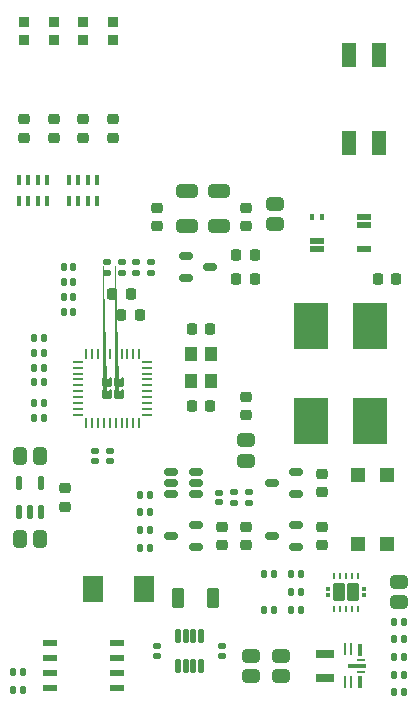
<source format=gbr>
%TF.GenerationSoftware,KiCad,Pcbnew,7.0.6*%
%TF.CreationDate,2023-08-17T07:35:14+09:30*%
%TF.ProjectId,spe-sink,7370652d-7369-46e6-9b2e-6b696361645f,V1.0*%
%TF.SameCoordinates,Original*%
%TF.FileFunction,Paste,Top*%
%TF.FilePolarity,Positive*%
%FSLAX46Y46*%
G04 Gerber Fmt 4.6, Leading zero omitted, Abs format (unit mm)*
G04 Created by KiCad (PCBNEW 7.0.6) date 2023-08-17 07:35:14*
%MOMM*%
%LPD*%
G01*
G04 APERTURE LIST*
G04 Aperture macros list*
%AMRoundRect*
0 Rectangle with rounded corners*
0 $1 Rounding radius*
0 $2 $3 $4 $5 $6 $7 $8 $9 X,Y pos of 4 corners*
0 Add a 4 corners polygon primitive as box body*
4,1,4,$2,$3,$4,$5,$6,$7,$8,$9,$2,$3,0*
0 Add four circle primitives for the rounded corners*
1,1,$1+$1,$2,$3*
1,1,$1+$1,$4,$5*
1,1,$1+$1,$6,$7*
1,1,$1+$1,$8,$9*
0 Add four rect primitives between the rounded corners*
20,1,$1+$1,$2,$3,$4,$5,0*
20,1,$1+$1,$4,$5,$6,$7,0*
20,1,$1+$1,$6,$7,$8,$9,0*
20,1,$1+$1,$8,$9,$2,$3,0*%
%AMFreePoly0*
4,1,57,0.261296,0.442772,0.269672,0.444099,0.291600,0.432926,0.315006,0.425321,0.319990,0.418460,0.327546,0.414611,0.414611,0.327546,0.418460,0.319990,0.425321,0.315006,0.432926,0.291600,0.444099,0.269672,0.442772,0.261296,0.445393,0.253232,0.445393,-0.253232,0.442772,-0.261296,0.444099,-0.269672,0.432926,-0.291600,0.425321,-0.315006,0.418460,-0.319990,0.414611,-0.327546,
0.327546,-0.414611,0.319990,-0.418460,0.315006,-0.425321,0.291600,-0.432926,0.269672,-0.444099,0.261296,-0.442772,0.253232,-0.445393,-0.253232,-0.445393,-0.261296,-0.442772,-0.269672,-0.444099,-0.291600,-0.432926,-0.315006,-0.425321,-0.319990,-0.418460,-0.327546,-0.414611,-0.414611,-0.327546,-0.418460,-0.319990,-0.425321,-0.315006,-0.432926,-0.291600,-0.444099,-0.269672,-0.442772,-0.261296,
-0.445393,-0.253232,-0.445393,0.253232,-0.442772,0.261296,-0.444099,0.269672,-0.432926,0.291600,-0.425321,0.315006,-0.418460,0.319990,-0.414611,0.327546,-0.327546,0.414611,-0.319990,0.418460,-0.315006,0.425321,-0.291600,0.432926,-0.269672,0.444099,-0.261296,0.442772,-0.253232,0.445393,0.253232,0.445393,0.261296,0.442772,0.261296,0.442772,$1*%
%AMFreePoly1*
4,1,14,0.304999,-0.780004,-0.350573,-0.780004,-0.305006,-0.669994,-0.305006,-0.430006,-0.358855,-0.300000,-0.305006,-0.169994,-0.305006,0.069994,-0.358855,0.200000,-0.305006,0.330006,-0.305006,0.569994,-0.358855,0.699998,-0.325715,0.780004,0.304999,0.780004,0.304999,-0.780004,0.304999,-0.780004,$1*%
%AMFreePoly2*
4,1,14,0.358857,0.700002,0.305006,0.569994,0.305006,0.330006,0.358855,0.200000,0.305006,0.069994,0.305006,-0.169994,0.358855,-0.300000,0.305006,-0.430006,0.305006,-0.669994,0.350573,-0.780004,-0.304999,-0.780004,-0.304999,0.780004,0.325716,0.780004,0.358857,0.700002,0.358857,0.700002,$1*%
G04 Aperture macros list end*
%ADD10RoundRect,0.212500X0.277500X-0.212500X0.277500X0.212500X-0.277500X0.212500X-0.277500X-0.212500X0*%
%ADD11RoundRect,0.152500X-0.437500X0.152500X-0.437500X-0.152500X0.437500X-0.152500X0.437500X0.152500X0*%
%ADD12RoundRect,0.100000X0.100000X-0.350000X0.100000X0.350000X-0.100000X0.350000X-0.100000X-0.350000X0*%
%ADD13RoundRect,0.127500X-0.127500X-0.172500X0.127500X-0.172500X0.127500X0.172500X-0.127500X0.172500X0*%
%ADD14R,1.200000X2.000000*%
%ADD15RoundRect,0.127500X0.127500X0.172500X-0.127500X0.172500X-0.127500X-0.172500X0.127500X-0.172500X0*%
%ADD16R,1.200000X1.200000*%
%ADD17RoundRect,0.127500X0.172500X-0.127500X0.172500X0.127500X-0.172500X0.127500X-0.172500X-0.127500X0*%
%ADD18RoundRect,0.147500X-0.147500X-0.152500X0.147500X-0.152500X0.147500X0.152500X-0.147500X0.152500X0*%
%ADD19R,3.000000X4.000000*%
%ADD20RoundRect,0.120000X0.120000X-0.485000X0.120000X0.485000X-0.120000X0.485000X-0.120000X-0.485000X0*%
%ADD21FreePoly0,180.000000*%
%ADD22RoundRect,0.062500X0.350000X0.062500X-0.350000X0.062500X-0.350000X-0.062500X0.350000X-0.062500X0*%
%ADD23RoundRect,0.062500X0.062500X0.350000X-0.062500X0.350000X-0.062500X-0.350000X0.062500X-0.350000X0*%
%ADD24R,1.220000X0.580000*%
%ADD25RoundRect,0.212500X-0.212500X-0.277500X0.212500X-0.277500X0.212500X0.277500X-0.212500X0.277500X0*%
%ADD26RoundRect,0.230000X-0.230000X-0.255000X0.230000X-0.255000X0.230000X0.255000X-0.230000X0.255000X0*%
%ADD27RoundRect,0.230000X0.230000X0.255000X-0.230000X0.255000X-0.230000X-0.255000X0.230000X-0.255000X0*%
%ADD28RoundRect,0.152500X0.437500X-0.152500X0.437500X0.152500X-0.437500X0.152500X-0.437500X-0.152500X0*%
%ADD29RoundRect,0.212500X-0.277500X0.212500X-0.277500X-0.212500X0.277500X-0.212500X0.277500X0.212500X0*%
%ADD30RoundRect,0.230000X-0.255000X0.230000X-0.255000X-0.230000X0.255000X-0.230000X0.255000X0.230000X0*%
%ADD31RoundRect,0.115000X0.115000X-0.460000X0.115000X0.460000X-0.115000X0.460000X-0.115000X-0.460000X0*%
%ADD32R,0.370002X1.124991*%
%ADD33R,0.250012X1.099998*%
%ADD34FreePoly1,270.000000*%
%ADD35FreePoly2,270.000000*%
%ADD36R,0.800000X0.250000*%
%ADD37R,1.520012X0.299999*%
%ADD38RoundRect,0.147500X0.152500X-0.147500X0.152500X0.147500X-0.152500X0.147500X-0.152500X-0.147500X0*%
%ADD39RoundRect,0.147500X0.147500X0.152500X-0.147500X0.152500X-0.147500X-0.152500X0.147500X-0.152500X0*%
%ADD40RoundRect,0.255000X-0.255000X-0.630000X0.255000X-0.630000X0.255000X0.630000X-0.255000X0.630000X0*%
%ADD41RoundRect,0.290000X0.290000X0.445000X-0.290000X0.445000X-0.290000X-0.445000X0.290000X-0.445000X0*%
%ADD42RoundRect,0.100000X-0.100000X0.350000X-0.100000X-0.350000X0.100000X-0.350000X0.100000X0.350000X0*%
%ADD43R,1.200000X0.500000*%
%ADD44R,0.420000X0.500000*%
%ADD45RoundRect,0.290000X-0.620000X0.290000X-0.620000X-0.290000X0.620000X-0.290000X0.620000X0.290000X0*%
%ADD46R,1.090000X1.190000*%
%ADD47RoundRect,0.227500X-0.237500X0.227500X-0.237500X-0.227500X0.237500X-0.227500X0.237500X0.227500X0*%
%ADD48R,1.730000X2.230000*%
%ADD49RoundRect,0.290000X-0.445000X0.290000X-0.445000X-0.290000X0.445000X-0.290000X0.445000X0.290000X0*%
%ADD50RoundRect,0.290000X0.445000X-0.290000X0.445000X0.290000X-0.445000X0.290000X-0.445000X-0.290000X0*%
%ADD51RoundRect,0.290000X0.620000X-0.290000X0.620000X0.290000X-0.620000X0.290000X-0.620000X-0.290000X0*%
%ADD52RoundRect,0.025000X-0.145000X0.100000X-0.145000X-0.100000X0.145000X-0.100000X0.145000X0.100000X0*%
%ADD53RoundRect,0.106000X-0.424000X0.644000X-0.424000X-0.644000X0.424000X-0.644000X0.424000X0.644000X0*%
%ADD54R,0.240000X0.600000*%
%ADD55RoundRect,0.147500X-0.152500X0.147500X-0.152500X-0.147500X0.152500X-0.147500X0.152500X0.147500X0*%
%ADD56RoundRect,0.127500X-0.172500X0.127500X-0.172500X-0.127500X0.172500X-0.127500X0.172500X0.127500X0*%
G04 APERTURE END LIST*
D10*
%TO.C,R26*%
X121250000Y-56725000D03*
X121250000Y-58275000D03*
%TD*%
%TO.C,R21*%
X105000000Y-49225000D03*
X105000000Y-50775000D03*
%TD*%
%TO.C,R16*%
X107500000Y-49225000D03*
X107500000Y-50775000D03*
%TD*%
D11*
%TO.C,Q1*%
X117025000Y-85450000D03*
X117025000Y-83550000D03*
X114975000Y-84500000D03*
%TD*%
D12*
%TO.C,R19*%
X102050000Y-56100000D03*
X102850000Y-56100000D03*
X103650000Y-56100000D03*
X104450000Y-56100000D03*
X104450000Y-54400000D03*
X103650000Y-54400000D03*
X102850000Y-54400000D03*
X102050000Y-54400000D03*
%TD*%
D13*
%TO.C,R6*%
X113195000Y-85500000D03*
X112305000Y-85500000D03*
%TD*%
D14*
%TO.C,L3*%
X132520000Y-43750000D03*
X129980000Y-43750000D03*
X129980000Y-51250000D03*
X132520000Y-51250000D03*
%TD*%
D15*
%TO.C,R30*%
X133805000Y-94750000D03*
X134695000Y-94750000D03*
%TD*%
D16*
%TO.C,D4*%
X130750000Y-85200000D03*
X130750000Y-79300000D03*
X133250000Y-79300000D03*
X133250000Y-85200000D03*
%TD*%
D17*
%TO.C,R18*%
X111975000Y-61305000D03*
X111975000Y-62195000D03*
%TD*%
D18*
%TO.C,C7*%
X106655000Y-65500000D03*
X105845000Y-65500000D03*
%TD*%
D10*
%TO.C,R8*%
X119250000Y-83725000D03*
X119250000Y-85275000D03*
%TD*%
D19*
%TO.C,L2*%
X131750000Y-74750000D03*
X131750000Y-66750000D03*
X126750000Y-66750000D03*
X126750000Y-74750000D03*
%TD*%
D15*
%TO.C,R14*%
X103305000Y-73250000D03*
X104195000Y-73250000D03*
%TD*%
D20*
%TO.C,U5*%
X115525000Y-95505000D03*
X116175000Y-95505000D03*
X116825000Y-95505000D03*
X117475000Y-95505000D03*
X117475000Y-92995000D03*
X116825000Y-92995000D03*
X116175000Y-92995000D03*
X115525000Y-92995000D03*
%TD*%
D18*
%TO.C,C6*%
X106655000Y-64250000D03*
X105845000Y-64250000D03*
%TD*%
D21*
%TO.C,U4*%
X110512500Y-72512500D03*
X110512500Y-71487500D03*
X109487500Y-72512500D03*
X109487500Y-71487500D03*
D22*
X112937500Y-74250000D03*
X112937500Y-73750000D03*
X112937500Y-73250000D03*
X112937500Y-72750000D03*
X112937500Y-72250000D03*
X112937500Y-71750000D03*
X112937500Y-71250000D03*
X112937500Y-70750000D03*
X112937500Y-70250000D03*
X112937500Y-69750000D03*
D23*
X112250000Y-69062500D03*
X111750000Y-69062500D03*
X111250000Y-69062500D03*
X110750000Y-69062500D03*
X110250000Y-69062500D03*
X109750000Y-69062500D03*
X109250000Y-69062500D03*
X108750000Y-69062500D03*
X108250000Y-69062500D03*
X107750000Y-69062500D03*
D22*
X107062500Y-69750000D03*
X107062500Y-70250000D03*
X107062500Y-70750000D03*
X107062500Y-71250000D03*
X107062500Y-71750000D03*
X107062500Y-72250000D03*
X107062500Y-72750000D03*
X107062500Y-73250000D03*
X107062500Y-73750000D03*
X107062500Y-74250000D03*
D23*
X107750000Y-74937500D03*
X108250000Y-74937500D03*
X108750000Y-74937500D03*
X109250000Y-74937500D03*
X109750000Y-74937500D03*
X110250000Y-74937500D03*
X110750000Y-74937500D03*
X111250000Y-74937500D03*
X111750000Y-74937500D03*
X112250000Y-74937500D03*
%TD*%
D18*
%TO.C,C16*%
X104155000Y-69000000D03*
X103345000Y-69000000D03*
%TD*%
D24*
%TO.C,IC1*%
X110345000Y-97405000D03*
X110345000Y-96135000D03*
X110345000Y-94865000D03*
X110345000Y-93595000D03*
X104655000Y-93595000D03*
X104655000Y-94865000D03*
X104655000Y-96135000D03*
X104655000Y-97405000D03*
%TD*%
D25*
%TO.C,R23*%
X112275000Y-65750000D03*
X110725000Y-65750000D03*
%TD*%
D26*
%TO.C,C24*%
X122025000Y-60750000D03*
X120475000Y-60750000D03*
%TD*%
D13*
%TO.C,R3*%
X113195000Y-82500000D03*
X112305000Y-82500000D03*
%TD*%
D17*
%TO.C,R2*%
X120250000Y-80805000D03*
X120250000Y-81695000D03*
%TD*%
D18*
%TO.C,C12*%
X106655000Y-61750000D03*
X105845000Y-61750000D03*
%TD*%
D27*
%TO.C,C11*%
X116725000Y-67000000D03*
X118275000Y-67000000D03*
%TD*%
D28*
%TO.C,U2*%
X114975000Y-79050000D03*
X114975000Y-80000000D03*
X114975000Y-80950000D03*
X117025000Y-80950000D03*
X117025000Y-80000000D03*
X117025000Y-79050000D03*
%TD*%
D13*
%TO.C,R34*%
X125945000Y-90750000D03*
X125055000Y-90750000D03*
%TD*%
D29*
%TO.C,R7*%
X121250000Y-85275000D03*
X121250000Y-83725000D03*
%TD*%
D30*
%TO.C,C1*%
X127750000Y-80775000D03*
X127750000Y-79225000D03*
%TD*%
D31*
%TO.C,U6*%
X102050000Y-82500000D03*
X103000000Y-82500000D03*
X103950000Y-82500000D03*
X103950000Y-80000000D03*
X102050000Y-80000000D03*
%TD*%
D15*
%TO.C,R12*%
X101555000Y-96000000D03*
X102445000Y-96000000D03*
%TD*%
D32*
%TO.C,U7*%
X130960000Y-94112500D03*
D33*
X130150000Y-94100000D03*
X129650000Y-94100000D03*
D34*
X128000000Y-94500000D03*
D35*
X128000000Y-96500000D03*
D33*
X129650000Y-96900000D03*
X130150000Y-96900000D03*
D32*
X130960000Y-96887500D03*
D36*
X131059998Y-95999999D03*
D37*
X130690000Y-95500000D03*
D36*
X131059998Y-95000001D03*
%TD*%
D38*
%TO.C,C14*%
X109750000Y-77345000D03*
X109750000Y-78155000D03*
%TD*%
D39*
%TO.C,C4*%
X133845000Y-91750000D03*
X134655000Y-91750000D03*
%TD*%
D18*
%TO.C,C13*%
X106655000Y-63000000D03*
X105845000Y-63000000D03*
%TD*%
D40*
%TO.C,R27*%
X118505000Y-89750000D03*
X115495000Y-89750000D03*
%TD*%
D41*
%TO.C,C18*%
X102125000Y-84750000D03*
X103875000Y-84750000D03*
%TD*%
D13*
%TO.C,R4*%
X113195000Y-81000000D03*
X112305000Y-81000000D03*
%TD*%
D38*
%TO.C,C15*%
X108500000Y-77345000D03*
X108500000Y-78155000D03*
%TD*%
D42*
%TO.C,R13*%
X108700000Y-54400000D03*
X107900000Y-54400000D03*
X107100000Y-54400000D03*
X106300000Y-54400000D03*
X106300000Y-56100000D03*
X107100000Y-56100000D03*
X107900000Y-56100000D03*
X108700000Y-56100000D03*
%TD*%
D25*
%TO.C,R20*%
X111525000Y-64000000D03*
X109975000Y-64000000D03*
%TD*%
D43*
%TO.C,L1*%
X127270000Y-60200000D03*
X127270000Y-59550000D03*
D44*
X126870000Y-57500000D03*
X127720000Y-57500000D03*
D43*
X131250000Y-60200000D03*
X131250000Y-58150000D03*
X131250000Y-57500000D03*
%TD*%
D45*
%TO.C,C29*%
X119000000Y-58225000D03*
X119000000Y-55275000D03*
%TD*%
D28*
%TO.C,D7*%
X116225000Y-60800000D03*
X116225000Y-62700000D03*
X118275000Y-61750000D03*
%TD*%
D29*
%TO.C,R28*%
X110000000Y-50775000D03*
X110000000Y-49225000D03*
%TD*%
D39*
%TO.C,C32*%
X122845000Y-90750000D03*
X123655000Y-90750000D03*
%TD*%
D10*
%TO.C,R29*%
X113750000Y-56725000D03*
X113750000Y-58275000D03*
%TD*%
D46*
%TO.C,X1*%
X116640000Y-69090000D03*
X116640000Y-71410000D03*
X118360000Y-71410000D03*
X118360000Y-69090000D03*
%TD*%
D15*
%TO.C,R5*%
X112305000Y-84000000D03*
X113195000Y-84000000D03*
%TD*%
D11*
%TO.C,U1*%
X125525000Y-80950000D03*
X125525000Y-79050000D03*
X123475000Y-80000000D03*
%TD*%
D17*
%TO.C,R25*%
X110750000Y-61305000D03*
X110750000Y-62195000D03*
%TD*%
D18*
%TO.C,C17*%
X104155000Y-67750000D03*
X103345000Y-67750000D03*
%TD*%
D26*
%TO.C,C22*%
X122025000Y-62750000D03*
X120475000Y-62750000D03*
%TD*%
D13*
%TO.C,R32*%
X125945000Y-89250000D03*
X125055000Y-89250000D03*
%TD*%
D39*
%TO.C,C27*%
X133845000Y-97750000D03*
X134655000Y-97750000D03*
%TD*%
D47*
%TO.C,D5*%
X110000000Y-42510000D03*
X110000000Y-40990000D03*
%TD*%
D10*
%TO.C,R15*%
X121300000Y-72725000D03*
X121300000Y-74275000D03*
%TD*%
D48*
%TO.C,D6*%
X112640000Y-89000000D03*
X108360000Y-89000000D03*
%TD*%
D49*
%TO.C,C31*%
X134250000Y-90125000D03*
X134250000Y-88375000D03*
%TD*%
D27*
%TO.C,C23*%
X132450000Y-62750000D03*
X134000000Y-62750000D03*
%TD*%
D50*
%TO.C,C2*%
X121250000Y-76375000D03*
X121250000Y-78125000D03*
%TD*%
D49*
%TO.C,C25*%
X123750000Y-58125000D03*
X123750000Y-56375000D03*
%TD*%
D47*
%TO.C,D2*%
X102500000Y-42510000D03*
X102500000Y-40990000D03*
%TD*%
%TO.C,D3*%
X105000000Y-42510000D03*
X105000000Y-40990000D03*
%TD*%
D51*
%TO.C,C30*%
X116250000Y-55275000D03*
X116250000Y-58225000D03*
%TD*%
D38*
%TO.C,C28*%
X119250000Y-93845000D03*
X119250000Y-94655000D03*
%TD*%
D13*
%TO.C,R36*%
X123695000Y-87750000D03*
X122805000Y-87750000D03*
%TD*%
%TO.C,R35*%
X125945000Y-87750000D03*
X125055000Y-87750000D03*
%TD*%
D15*
%TO.C,R10*%
X103305000Y-74500000D03*
X104195000Y-74500000D03*
%TD*%
D11*
%TO.C,U3*%
X125525000Y-85450000D03*
X125525000Y-83550000D03*
X123475000Y-84500000D03*
%TD*%
D18*
%TO.C,C8*%
X104155000Y-71500000D03*
X103345000Y-71500000D03*
%TD*%
D38*
%TO.C,C3*%
X119000000Y-80845000D03*
X119000000Y-81655000D03*
%TD*%
D17*
%TO.C,R24*%
X109500000Y-61305000D03*
X109500000Y-62195000D03*
%TD*%
D52*
%TO.C,U8*%
X131280000Y-89000000D03*
X128220000Y-89000000D03*
D53*
X130380000Y-89250000D03*
X129120000Y-89250000D03*
D52*
X131280000Y-89500000D03*
X128220000Y-89500000D03*
D54*
X130750000Y-87850000D03*
X130250000Y-87850000D03*
X129750000Y-87850000D03*
X129250000Y-87850000D03*
X128750000Y-87850000D03*
X128750000Y-90650000D03*
X129250000Y-90650000D03*
X129750000Y-90650000D03*
X130250000Y-90650000D03*
X130750000Y-90650000D03*
%TD*%
D18*
%TO.C,C20*%
X102405000Y-97500000D03*
X101595000Y-97500000D03*
%TD*%
D55*
%TO.C,C19*%
X113750000Y-94655000D03*
X113750000Y-93845000D03*
%TD*%
D13*
%TO.C,R33*%
X134695000Y-96250000D03*
X133805000Y-96250000D03*
%TD*%
D10*
%TO.C,R17*%
X102500000Y-49225000D03*
X102500000Y-50775000D03*
%TD*%
D47*
%TO.C,D1*%
X107500000Y-42510000D03*
X107500000Y-40990000D03*
%TD*%
D50*
%TO.C,C26*%
X124250000Y-94625000D03*
X124250000Y-96375000D03*
%TD*%
D18*
%TO.C,C9*%
X104155000Y-70250000D03*
X103345000Y-70250000D03*
%TD*%
D10*
%TO.C,R11*%
X106000000Y-80475000D03*
X106000000Y-82025000D03*
%TD*%
D41*
%TO.C,C21*%
X102125000Y-77750000D03*
X103875000Y-77750000D03*
%TD*%
D10*
%TO.C,R9*%
X127750000Y-83725000D03*
X127750000Y-85275000D03*
%TD*%
D26*
%TO.C,C10*%
X118275000Y-73500000D03*
X116725000Y-73500000D03*
%TD*%
D56*
%TO.C,R1*%
X121500000Y-81695000D03*
X121500000Y-80805000D03*
%TD*%
D50*
%TO.C,C5*%
X121750000Y-94625000D03*
X121750000Y-96375000D03*
%TD*%
D17*
%TO.C,R22*%
X113250000Y-61305000D03*
X113250000Y-62195000D03*
%TD*%
D15*
%TO.C,R31*%
X133805000Y-93250000D03*
X134695000Y-93250000D03*
%TD*%
M02*

</source>
